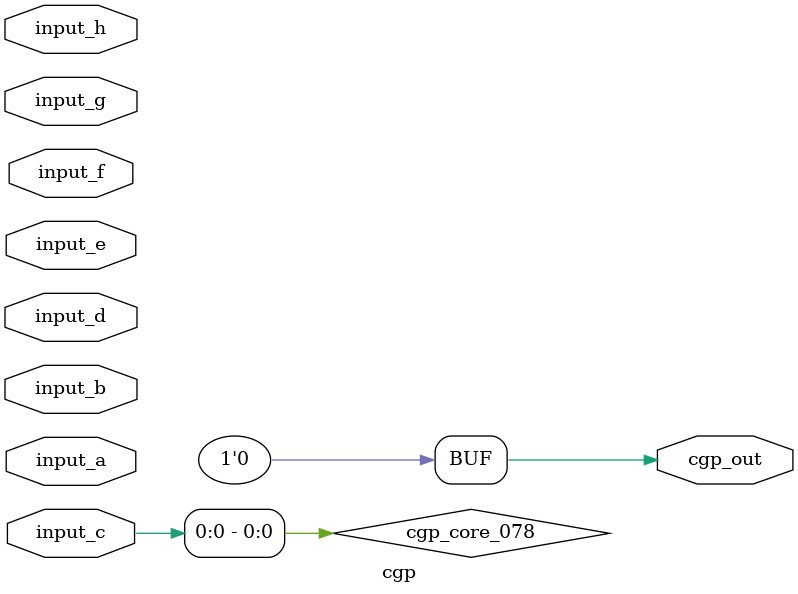
<source format=v>
module cgp(input [1:0] input_a, input [1:0] input_b, input [1:0] input_c, input [1:0] input_d, input [1:0] input_e, input [1:0] input_f, input [1:0] input_g, input [1:0] input_h, output [0:0] cgp_out);
  wire cgp_core_019;
  wire cgp_core_020;
  wire cgp_core_021;
  wire cgp_core_022;
  wire cgp_core_023_not;
  wire cgp_core_024;
  wire cgp_core_025;
  wire cgp_core_026;
  wire cgp_core_027;
  wire cgp_core_028;
  wire cgp_core_031;
  wire cgp_core_034;
  wire cgp_core_035;
  wire cgp_core_036;
  wire cgp_core_037;
  wire cgp_core_038;
  wire cgp_core_040;
  wire cgp_core_041;
  wire cgp_core_043;
  wire cgp_core_045;
  wire cgp_core_049;
  wire cgp_core_051;
  wire cgp_core_052;
  wire cgp_core_053;
  wire cgp_core_054;
  wire cgp_core_055;
  wire cgp_core_057;
  wire cgp_core_058_not;
  wire cgp_core_060;
  wire cgp_core_061;
  wire cgp_core_062_not;
  wire cgp_core_063;
  wire cgp_core_064;
  wire cgp_core_065;
  wire cgp_core_066;
  wire cgp_core_067;
  wire cgp_core_068;
  wire cgp_core_069;
  wire cgp_core_078;
  wire cgp_core_079;
  wire cgp_core_080;
  wire cgp_core_081;
  wire cgp_core_082;
  wire cgp_core_083;
  wire cgp_core_085;
  wire cgp_core_086_not;
  wire cgp_core_087;
  wire cgp_core_091;
  wire cgp_core_092;
  wire cgp_core_093;
  wire cgp_core_094;

  assign cgp_core_019 = input_d[0] & input_c[1];
  assign cgp_core_020 = ~(input_h[1] | input_h[0]);
  assign cgp_core_021 = input_e[0] & input_b[1];
  assign cgp_core_022 = ~input_f[1];
  assign cgp_core_023_not = ~input_c[1];
  assign cgp_core_024 = input_h[0] | input_h[1];
  assign cgp_core_025 = ~(input_b[1] ^ input_g[0]);
  assign cgp_core_026 = ~(input_b[0] & input_d[0]);
  assign cgp_core_027 = ~input_h[0];
  assign cgp_core_028 = ~(input_a[1] ^ input_g[1]);
  assign cgp_core_031 = input_a[0] ^ input_c[0];
  assign cgp_core_034 = input_b[1] | input_e[1];
  assign cgp_core_035 = ~(input_b[0] | input_h[1]);
  assign cgp_core_036 = input_c[1] | input_b[1];
  assign cgp_core_037 = ~(input_h[0] ^ input_c[0]);
  assign cgp_core_038 = input_c[1] ^ input_f[0];
  assign cgp_core_040 = ~(input_f[1] | input_b[0]);
  assign cgp_core_041 = input_f[0] | input_c[1];
  assign cgp_core_043 = input_e[0] ^ input_h[1];
  assign cgp_core_045 = input_g[1] ^ input_d[1];
  assign cgp_core_049 = input_c[0] ^ input_g[1];
  assign cgp_core_051 = ~(input_a[1] | input_c[0]);
  assign cgp_core_052 = input_e[1] ^ input_a[1];
  assign cgp_core_053 = ~(input_f[0] | input_e[1]);
  assign cgp_core_054 = ~(input_b[1] | input_e[0]);
  assign cgp_core_055 = input_c[0] & input_e[0];
  assign cgp_core_057 = ~(input_g[1] | input_f[0]);
  assign cgp_core_058_not = ~input_b[0];
  assign cgp_core_060 = ~(input_b[0] & input_a[1]);
  assign cgp_core_061 = ~input_g[0];
  assign cgp_core_062_not = ~input_h[0];
  assign cgp_core_063 = ~(input_e[1] | input_b[1]);
  assign cgp_core_064 = ~input_d[0];
  assign cgp_core_065 = input_b[1] & input_g[0];
  assign cgp_core_066 = ~input_h[0];
  assign cgp_core_067 = ~(input_h[0] | input_g[0]);
  assign cgp_core_068 = ~(input_e[0] & input_f[1]);
  assign cgp_core_069 = ~(input_c[0] ^ input_a[1]);
  assign cgp_core_078 = input_c[0] & input_c[0];
  assign cgp_core_079 = ~(input_c[1] & input_d[0]);
  assign cgp_core_080 = input_f[1] | input_f[0];
  assign cgp_core_081 = ~(input_b[1] & input_d[0]);
  assign cgp_core_082 = input_c[1] & input_e[0];
  assign cgp_core_083 = ~(input_f[1] ^ input_b[1]);
  assign cgp_core_085 = ~(input_f[0] ^ input_b[1]);
  assign cgp_core_086_not = ~input_f[1];
  assign cgp_core_087 = input_f[1] | input_a[1];
  assign cgp_core_091 = ~(input_b[0] ^ input_g[1]);
  assign cgp_core_092 = ~(input_f[1] | input_a[0]);
  assign cgp_core_093 = input_a[1] | input_b[0];
  assign cgp_core_094 = ~(input_c[1] ^ input_a[0]);

  assign cgp_out[0] = 1'b0;
endmodule
</source>
